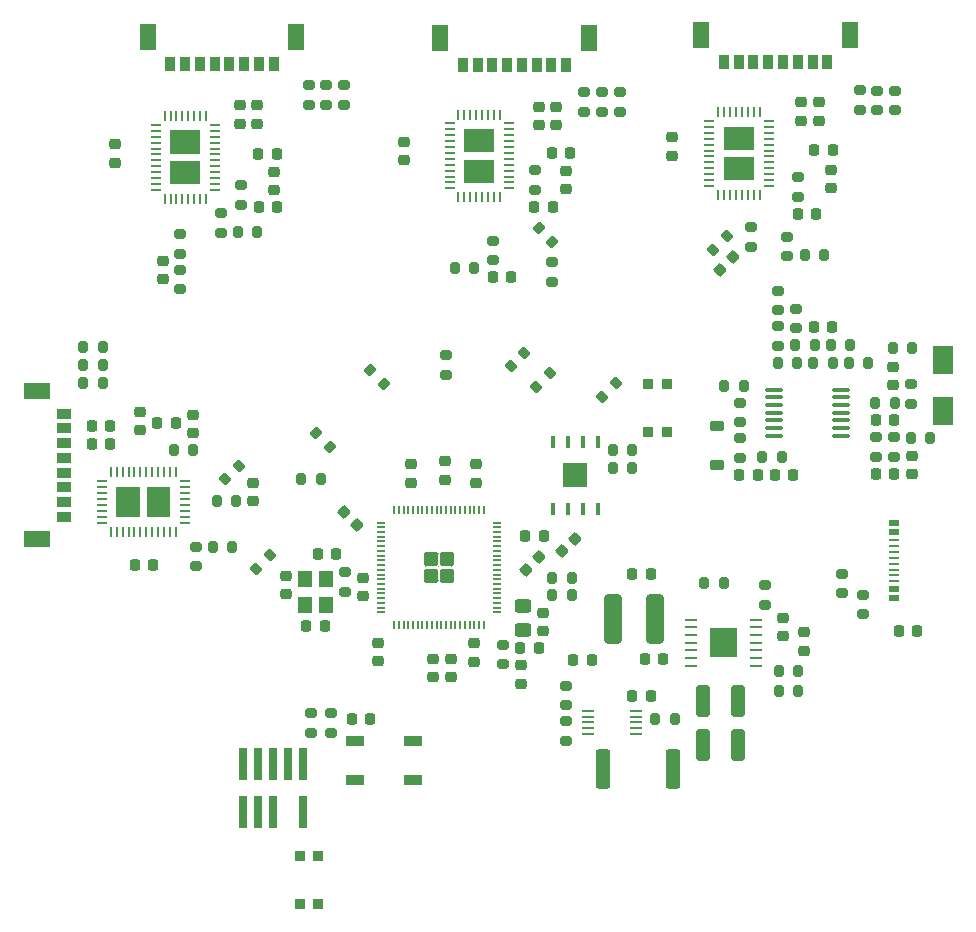
<source format=gtp>
%TF.GenerationSoftware,KiCad,Pcbnew,9.0.1*%
%TF.CreationDate,2025-04-07T21:54:30-07:00*%
%TF.ProjectId,motor_board,6d6f746f-725f-4626-9f61-72642e6b6963,1.1*%
%TF.SameCoordinates,Original*%
%TF.FileFunction,Paste,Top*%
%TF.FilePolarity,Positive*%
%FSLAX46Y46*%
G04 Gerber Fmt 4.6, Leading zero omitted, Abs format (unit mm)*
G04 Created by KiCad (PCBNEW 9.0.1) date 2025-04-07 21:54:30*
%MOMM*%
%LPD*%
G01*
G04 APERTURE LIST*
G04 Aperture macros list*
%AMRoundRect*
0 Rectangle with rounded corners*
0 $1 Rounding radius*
0 $2 $3 $4 $5 $6 $7 $8 $9 X,Y pos of 4 corners*
0 Add a 4 corners polygon primitive as box body*
4,1,4,$2,$3,$4,$5,$6,$7,$8,$9,$2,$3,0*
0 Add four circle primitives for the rounded corners*
1,1,$1+$1,$2,$3*
1,1,$1+$1,$4,$5*
1,1,$1+$1,$6,$7*
1,1,$1+$1,$8,$9*
0 Add four rect primitives between the rounded corners*
20,1,$1+$1,$2,$3,$4,$5,0*
20,1,$1+$1,$4,$5,$6,$7,0*
20,1,$1+$1,$6,$7,$8,$9,0*
20,1,$1+$1,$8,$9,$2,$3,0*%
G04 Aperture macros list end*
%ADD10C,0.000000*%
%ADD11R,1.120140X0.213360*%
%ADD12R,1.617000X1.722000*%
%ADD13RoundRect,0.225000X0.225000X0.250000X-0.225000X0.250000X-0.225000X-0.250000X0.225000X-0.250000X0*%
%ADD14RoundRect,0.225000X-0.225000X-0.250000X0.225000X-0.250000X0.225000X0.250000X-0.225000X0.250000X0*%
%ADD15RoundRect,0.200000X0.275000X-0.200000X0.275000X0.200000X-0.275000X0.200000X-0.275000X-0.200000X0*%
%ADD16RoundRect,0.225000X0.250000X-0.225000X0.250000X0.225000X-0.250000X0.225000X-0.250000X-0.225000X0*%
%ADD17RoundRect,0.200000X0.200000X0.275000X-0.200000X0.275000X-0.200000X-0.275000X0.200000X-0.275000X0*%
%ADD18RoundRect,0.200000X-0.200000X-0.275000X0.200000X-0.275000X0.200000X0.275000X-0.200000X0.275000X0*%
%ADD19RoundRect,0.250000X0.362500X1.425000X-0.362500X1.425000X-0.362500X-1.425000X0.362500X-1.425000X0*%
%ADD20RoundRect,0.333000X0.417000X1.767000X-0.417000X1.767000X-0.417000X-1.767000X0.417000X-1.767000X0*%
%ADD21RoundRect,0.250000X-0.325000X-1.100000X0.325000X-1.100000X0.325000X1.100000X-0.325000X1.100000X0*%
%ADD22R,1.137920X0.211328*%
%ADD23R,0.920000X0.480000*%
%ADD24R,0.920000X0.240000*%
%ADD25RoundRect,0.225000X0.335876X0.017678X0.017678X0.335876X-0.335876X-0.017678X-0.017678X-0.335876X0*%
%ADD26RoundRect,0.200000X-0.275000X0.200000X-0.275000X-0.200000X0.275000X-0.200000X0.275000X0.200000X0*%
%ADD27RoundRect,0.225000X-0.250000X0.225000X-0.250000X-0.225000X0.250000X-0.225000X0.250000X0.225000X0*%
%ADD28R,0.242473X0.906066*%
%ADD29R,0.906066X0.242473*%
%ADD30RoundRect,0.200000X0.053033X-0.335876X0.335876X-0.053033X-0.053033X0.335876X-0.335876X0.053033X0*%
%ADD31RoundRect,0.200000X-0.335876X-0.053033X-0.053033X-0.335876X0.335876X0.053033X0.053033X0.335876X0*%
%ADD32RoundRect,0.200000X-0.053033X0.335876X-0.335876X0.053033X0.053033X-0.335876X0.335876X-0.053033X0*%
%ADD33RoundRect,0.090000X-0.660000X-0.360000X0.660000X-0.360000X0.660000X0.360000X-0.660000X0.360000X0*%
%ADD34R,0.740000X2.790000*%
%ADD35RoundRect,0.250000X-0.450000X0.325000X-0.450000X-0.325000X0.450000X-0.325000X0.450000X0.325000X0*%
%ADD36R,0.900000X0.900000*%
%ADD37R,0.838200X1.295400*%
%ADD38R,1.397000X2.260600*%
%ADD39R,1.200000X1.400000*%
%ADD40RoundRect,0.100000X0.637500X0.100000X-0.637500X0.100000X-0.637500X-0.100000X0.637500X-0.100000X0*%
%ADD41R,0.450000X1.050000*%
%ADD42R,2.100000X2.100000*%
%ADD43RoundRect,0.225000X0.017678X-0.335876X0.335876X-0.017678X-0.017678X0.335876X-0.335876X0.017678X0*%
%ADD44R,1.700000X2.350000*%
%ADD45RoundRect,0.225000X-0.375000X0.225000X-0.375000X-0.225000X0.375000X-0.225000X0.375000X0.225000X0*%
%ADD46RoundRect,0.250000X-0.350000X0.350000X-0.350000X-0.350000X0.350000X-0.350000X0.350000X0.350000X0*%
%ADD47RoundRect,0.044000X-0.044000X-0.268000X0.044000X-0.268000X0.044000X0.268000X-0.044000X0.268000X0*%
%ADD48RoundRect,0.044000X-0.268000X0.044000X-0.268000X-0.044000X0.268000X-0.044000X0.268000X0.044000X0*%
%ADD49R,0.000001X0.000001*%
%ADD50R,1.295400X0.838200*%
%ADD51R,2.260600X1.397000*%
%ADD52RoundRect,0.225000X-0.017678X0.335876X-0.335876X0.017678X0.017678X-0.335876X0.335876X-0.017678X0*%
G04 APERTURE END LIST*
D10*
%TO.C,U5*%
G36*
X166391004Y-118020000D02*
G01*
X164081004Y-118020000D01*
X164081004Y-115560000D01*
X166391004Y-115560000D01*
X166391004Y-118020000D01*
G37*
%TO.C,U9*%
G36*
X115805771Y-106161631D02*
G01*
X113838371Y-106161631D01*
X113838371Y-103605095D01*
X115805771Y-103605095D01*
X115805771Y-106161631D01*
G37*
G36*
X118394905Y-106161631D02*
G01*
X116427505Y-106161631D01*
X116427505Y-103605095D01*
X118394905Y-103605095D01*
X118394905Y-106161631D01*
G37*
%TO.C,U6*%
G36*
X145825400Y-75266067D02*
G01*
X143268864Y-75266067D01*
X143268864Y-73298667D01*
X145825400Y-73298667D01*
X145825400Y-75266067D01*
G37*
G36*
X145825400Y-77855201D02*
G01*
X143268864Y-77855201D01*
X143268864Y-75887801D01*
X145825400Y-75887801D01*
X145825400Y-77855201D01*
G37*
%TO.C,U1*%
G36*
X167825400Y-75066067D02*
G01*
X165268864Y-75066067D01*
X165268864Y-73098667D01*
X167825400Y-73098667D01*
X167825400Y-75066067D01*
G37*
G36*
X167825400Y-77655201D02*
G01*
X165268864Y-77655201D01*
X165268864Y-75687801D01*
X167825400Y-75687801D01*
X167825400Y-77655201D01*
G37*
%TO.C,U8*%
G36*
X120950400Y-75391067D02*
G01*
X118393864Y-75391067D01*
X118393864Y-73423667D01*
X120950400Y-73423667D01*
X120950400Y-75391067D01*
G37*
G36*
X120950400Y-77980201D02*
G01*
X118393864Y-77980201D01*
X118393864Y-76012801D01*
X120950400Y-76012801D01*
X120950400Y-77980201D01*
G37*
%TD*%
D11*
%TO.C,U5*%
X168004604Y-118740034D03*
X168004604Y-118090021D03*
X168004604Y-117440012D03*
X168004604Y-116790000D03*
X168004604Y-116139988D03*
X168004604Y-115489979D03*
X168004604Y-114839966D03*
X162467404Y-114839966D03*
X162467404Y-115489979D03*
X162467404Y-116139988D03*
X162467404Y-116790000D03*
X162467404Y-117440012D03*
X162467404Y-118090021D03*
X162467404Y-118740034D03*
D12*
X165236004Y-116790000D03*
%TD*%
D13*
%TO.C,C18*%
X159069100Y-110973900D03*
X157519100Y-110973900D03*
%TD*%
D14*
%TO.C,C17*%
X152519100Y-118223900D03*
X154069100Y-118223900D03*
%TD*%
%TO.C,C21*%
X158603600Y-118152400D03*
X160153600Y-118152400D03*
%TD*%
D15*
%TO.C,R15*%
X168776600Y-113579900D03*
X168776600Y-111929900D03*
%TD*%
D16*
%TO.C,C26*%
X170237100Y-116260400D03*
X170237100Y-114710400D03*
%TD*%
D14*
%TO.C,C29*%
X180100000Y-115800000D03*
X181650000Y-115800000D03*
%TD*%
D17*
%TO.C,R13*%
X171570100Y-119168400D03*
X169920100Y-119168400D03*
%TD*%
D16*
%TO.C,C27*%
X172015100Y-117466900D03*
X172015100Y-115916900D03*
%TD*%
D18*
%TO.C,R29*%
X163619100Y-111773900D03*
X165269100Y-111773900D03*
%TD*%
%TO.C,R14*%
X169920100Y-120882900D03*
X171570100Y-120882900D03*
%TD*%
D19*
%TO.C,R8*%
X160962500Y-127500000D03*
X155037500Y-127500000D03*
%TD*%
D20*
%TO.C,L2*%
X159464100Y-114786900D03*
X155864100Y-114786900D03*
%TD*%
D21*
%TO.C,C19*%
X163507004Y-121743000D03*
X166457004Y-121743000D03*
%TD*%
%TO.C,C20*%
X163507004Y-125454900D03*
X166457004Y-125454900D03*
%TD*%
D17*
%TO.C,R26*%
X161119100Y-123223900D03*
X159469100Y-123223900D03*
%TD*%
D22*
%TO.C,U4*%
X157838800Y-124549901D03*
X157838800Y-124049899D03*
X157838800Y-123549900D03*
X157838800Y-123049901D03*
X157838800Y-122549899D03*
X153749400Y-122549899D03*
X153749400Y-123049901D03*
X153749400Y-123549900D03*
X153749400Y-124049899D03*
X153749400Y-124549901D03*
%TD*%
D14*
%TO.C,C32*%
X157519100Y-121323900D03*
X159069100Y-121323900D03*
%TD*%
D23*
%TO.C,J13*%
X179660000Y-113050000D03*
X179660000Y-112250000D03*
D24*
X179660000Y-111100000D03*
X179660000Y-110100000D03*
X179660000Y-109600000D03*
X179660000Y-108600000D03*
D23*
X179660000Y-107450000D03*
X179660000Y-106650000D03*
D24*
X179660000Y-108100000D03*
X179660000Y-109100000D03*
X179660000Y-110600000D03*
X179660000Y-111600000D03*
%TD*%
D25*
%TO.C,C46*%
X134217108Y-106846908D03*
X133121092Y-105750892D03*
%TD*%
D26*
%TO.C,R57*%
X170647132Y-82426933D03*
X170647132Y-84076933D03*
%TD*%
D14*
%TO.C,C56*%
X125897132Y-79926933D03*
X127447132Y-79926933D03*
%TD*%
D27*
%TO.C,C28*%
X140650000Y-118175000D03*
X140650000Y-119725000D03*
%TD*%
D16*
%TO.C,C62*%
X115823592Y-98815914D03*
X115823592Y-97265914D03*
%TD*%
D14*
%TO.C,C55*%
X125847132Y-75451933D03*
X127397132Y-75451933D03*
%TD*%
D18*
%TO.C,R42*%
X150719100Y-112773900D03*
X152369100Y-112773900D03*
%TD*%
D17*
%TO.C,R50*%
X181219100Y-91873900D03*
X179569100Y-91873900D03*
%TD*%
D26*
%TO.C,R31*%
X124397132Y-78051933D03*
X124397132Y-79701933D03*
%TD*%
D27*
%TO.C,C8*%
X160847132Y-74001933D03*
X160847132Y-75551933D03*
%TD*%
D16*
%TO.C,C15*%
X141694100Y-102998900D03*
X141694100Y-101448900D03*
%TD*%
D28*
%TO.C,U9*%
X118866637Y-102380330D03*
X118366638Y-102380330D03*
X117866636Y-102380330D03*
X117366637Y-102380330D03*
X116866638Y-102380330D03*
X116366637Y-102380330D03*
X115866637Y-102380330D03*
X115366636Y-102380330D03*
X114866637Y-102380330D03*
X114366638Y-102380330D03*
X113866636Y-102380330D03*
X113366637Y-102380330D03*
D29*
X112613604Y-103133364D03*
X112613604Y-103633363D03*
X112613604Y-104133362D03*
X112613604Y-104633363D03*
X112613604Y-105133363D03*
X112613604Y-105633364D03*
X112613604Y-106133363D03*
X112613604Y-106633362D03*
D28*
X113366637Y-107386396D03*
X113866636Y-107386396D03*
X114366638Y-107386396D03*
X114866637Y-107386396D03*
X115366636Y-107386396D03*
X115866637Y-107386396D03*
X116366637Y-107386396D03*
X116866638Y-107386396D03*
X117366637Y-107386396D03*
X117866636Y-107386396D03*
X118366638Y-107386396D03*
X118866637Y-107386396D03*
D29*
X119619670Y-106633362D03*
X119619670Y-106133363D03*
X119619670Y-105633364D03*
X119619670Y-105133363D03*
X119619670Y-104633363D03*
X119619670Y-104133362D03*
X119619670Y-103633363D03*
X119619670Y-103133364D03*
%TD*%
D15*
%TO.C,R64*%
X166594100Y-98148900D03*
X166594100Y-96498900D03*
%TD*%
D14*
%TO.C,C57*%
X111773592Y-98465914D03*
X113323592Y-98465914D03*
%TD*%
D26*
%TO.C,R25*%
X119222132Y-85201933D03*
X119222132Y-86851933D03*
%TD*%
D18*
%TO.C,R41*%
X150719100Y-111273900D03*
X152369100Y-111273900D03*
%TD*%
D16*
%TO.C,C59*%
X125438605Y-104836395D03*
X125438605Y-103286395D03*
%TD*%
D17*
%TO.C,R63*%
X170169100Y-101073900D03*
X168519100Y-101073900D03*
%TD*%
%TO.C,R35*%
X112688605Y-93261395D03*
X111038605Y-93261395D03*
%TD*%
D15*
%TO.C,R40*%
X177032000Y-114387000D03*
X177032000Y-112737000D03*
%TD*%
D27*
%TO.C,C37*%
X125757132Y-71301933D03*
X125757132Y-72851933D03*
%TD*%
D15*
%TO.C,R10*%
X176797132Y-71676933D03*
X176797132Y-70026933D03*
%TD*%
D18*
%TO.C,R76*%
X169819100Y-93073900D03*
X171469100Y-93073900D03*
%TD*%
%TO.C,R78*%
X172819100Y-93073900D03*
X174469100Y-93073900D03*
%TD*%
D27*
%TO.C,C43*%
X113747132Y-74601933D03*
X113747132Y-76151933D03*
%TD*%
D13*
%TO.C,C45*%
X132444100Y-109323900D03*
X130894100Y-109323900D03*
%TD*%
D29*
%TO.C,U6*%
X147050165Y-78326933D03*
X147050165Y-77826934D03*
X147050165Y-77326932D03*
X147050165Y-76826933D03*
X147050165Y-76326934D03*
X147050165Y-75826933D03*
X147050165Y-75326933D03*
X147050165Y-74826932D03*
X147050165Y-74326933D03*
X147050165Y-73826934D03*
X147050165Y-73326932D03*
X147050165Y-72826933D03*
D28*
X146297131Y-72073900D03*
X145797132Y-72073900D03*
X145297133Y-72073900D03*
X144797132Y-72073900D03*
X144297132Y-72073900D03*
X143797131Y-72073900D03*
X143297132Y-72073900D03*
X142797133Y-72073900D03*
D29*
X142044099Y-72826933D03*
X142044099Y-73326932D03*
X142044099Y-73826934D03*
X142044099Y-74326933D03*
X142044099Y-74826932D03*
X142044099Y-75326933D03*
X142044099Y-75826933D03*
X142044099Y-76326934D03*
X142044099Y-76826933D03*
X142044099Y-77326932D03*
X142044099Y-77826934D03*
X142044099Y-78326933D03*
D28*
X142797133Y-79079966D03*
X143297132Y-79079966D03*
X143797131Y-79079966D03*
X144297132Y-79079966D03*
X144797132Y-79079966D03*
X145297133Y-79079966D03*
X145797132Y-79079966D03*
X146297131Y-79079966D03*
%TD*%
D27*
%TO.C,C3*%
X173322132Y-71051933D03*
X173322132Y-72601933D03*
%TD*%
%TO.C,C1*%
X128200000Y-111125000D03*
X128200000Y-112675000D03*
%TD*%
D18*
%TO.C,R80*%
X175819100Y-93073900D03*
X177469100Y-93073900D03*
%TD*%
D13*
%TO.C,C54*%
X174419100Y-90073900D03*
X172869100Y-90073900D03*
%TD*%
D17*
%TO.C,R4*%
X157519100Y-100473900D03*
X155869100Y-100473900D03*
%TD*%
D18*
%TO.C,R58*%
X172094100Y-83998900D03*
X173744100Y-83998900D03*
%TD*%
D16*
%TO.C,C49*%
X144294100Y-103248900D03*
X144294100Y-101698900D03*
%TD*%
D14*
%TO.C,C58*%
X111773592Y-99965914D03*
X113323592Y-99965914D03*
%TD*%
D16*
%TO.C,C50*%
X138794100Y-103248900D03*
X138794100Y-101698900D03*
%TD*%
D26*
%TO.C,R75*%
X169844100Y-89998900D03*
X169844100Y-91648900D03*
%TD*%
%TO.C,R56*%
X178112850Y-99398900D03*
X178112850Y-101048900D03*
%TD*%
D18*
%TO.C,R32*%
X122338605Y-104786395D03*
X123988605Y-104786395D03*
%TD*%
D30*
%TO.C,R55*%
X154960737Y-95957263D03*
X156127463Y-94790537D03*
%TD*%
D27*
%TO.C,C40*%
X135994100Y-116798900D03*
X135994100Y-118348900D03*
%TD*%
D18*
%TO.C,R60*%
X124122132Y-82026933D03*
X125772132Y-82026933D03*
%TD*%
D15*
%TO.C,R61*%
X120548592Y-110340914D03*
X120548592Y-108690914D03*
%TD*%
D13*
%TO.C,C2*%
X131469100Y-115373900D03*
X129919100Y-115373900D03*
%TD*%
D15*
%TO.C,R30*%
X130122132Y-71251933D03*
X130122132Y-69601933D03*
%TD*%
D18*
%TO.C,R37*%
X118698592Y-100490914D03*
X120348592Y-100490914D03*
%TD*%
D13*
%TO.C,C42*%
X171119100Y-102573900D03*
X169569100Y-102573900D03*
%TD*%
D27*
%TO.C,C14*%
X134750000Y-111298900D03*
X134750000Y-112848900D03*
%TD*%
D26*
%TO.C,R24*%
X119222132Y-82201933D03*
X119222132Y-83851933D03*
%TD*%
D31*
%TO.C,R5*%
X149585737Y-81715537D03*
X150752463Y-82882263D03*
%TD*%
D32*
%TO.C,R2*%
X165530495Y-82368570D03*
X164363769Y-83535296D03*
%TD*%
D33*
%TO.C,D1*%
X134044100Y-125123900D03*
X134044100Y-128423900D03*
X138944100Y-128423900D03*
X138944100Y-125123900D03*
%TD*%
D14*
%TO.C,C51*%
X166569100Y-102573900D03*
X168119100Y-102573900D03*
%TD*%
D32*
%TO.C,R52*%
X150552463Y-93990537D03*
X149385737Y-95157263D03*
%TD*%
D27*
%TO.C,C30*%
X179619100Y-93448900D03*
X179619100Y-94998900D03*
%TD*%
D14*
%TO.C,C35*%
X150719100Y-75323900D03*
X152269100Y-75323900D03*
%TD*%
%TO.C,C36*%
X149219100Y-79873900D03*
X150769100Y-79873900D03*
%TD*%
D17*
%TO.C,R36*%
X112698592Y-94765914D03*
X111048592Y-94765914D03*
%TD*%
D14*
%TO.C,C22*%
X172922132Y-75076933D03*
X174472132Y-75076933D03*
%TD*%
D17*
%TO.C,R81*%
X182719100Y-99473900D03*
X181069100Y-99473900D03*
%TD*%
D13*
%TO.C,C52*%
X179669100Y-97973900D03*
X178119100Y-97973900D03*
%TD*%
D26*
%TO.C,R54*%
X181119100Y-94898900D03*
X181119100Y-96548900D03*
%TD*%
D15*
%TO.C,R39*%
X175300000Y-112600000D03*
X175300000Y-110950000D03*
%TD*%
D34*
%TO.C,J2*%
X124547500Y-131141400D03*
X124547500Y-127071400D03*
X125817500Y-131141400D03*
X125817500Y-127071400D03*
X127087500Y-131141400D03*
X127087500Y-127071400D03*
X128357500Y-127071400D03*
X129627500Y-131141400D03*
X129627500Y-127071400D03*
%TD*%
D31*
%TO.C,R49*%
X135310737Y-93715537D03*
X136477463Y-94882263D03*
%TD*%
D35*
%TO.C,L1*%
X148294100Y-113648900D03*
X148294100Y-115698900D03*
%TD*%
D15*
%TO.C,R20*%
X146594100Y-118598900D03*
X146594100Y-116948900D03*
%TD*%
D26*
%TO.C,R22*%
X149244100Y-76798900D03*
X149244100Y-78448900D03*
%TD*%
D36*
%TO.C,SW2*%
X158844100Y-94873900D03*
X158844100Y-98973900D03*
X160444100Y-94873900D03*
X160444100Y-98973900D03*
%TD*%
D37*
%TO.C,J3*%
X151919100Y-67868100D03*
X150669100Y-67868100D03*
X149419100Y-67868100D03*
X148169100Y-67868100D03*
X146919100Y-67868100D03*
X145669100Y-67868100D03*
X144419100Y-67868100D03*
X143169100Y-67868100D03*
D38*
X141269099Y-65573210D03*
X153819101Y-65573210D03*
%TD*%
D14*
%TO.C,C23*%
X171522132Y-80476933D03*
X173072132Y-80476933D03*
%TD*%
D15*
%TO.C,R18*%
X154919100Y-71848900D03*
X154919100Y-70198900D03*
%TD*%
D17*
%TO.C,R16*%
X144119100Y-85073900D03*
X142469100Y-85073900D03*
%TD*%
D15*
%TO.C,R28*%
X131622132Y-71251933D03*
X131622132Y-69601933D03*
%TD*%
%TO.C,R62*%
X179644100Y-101048900D03*
X179644100Y-99398900D03*
%TD*%
D14*
%TO.C,C12*%
X148044100Y-117273900D03*
X149594100Y-117273900D03*
%TD*%
D17*
%TO.C,R53*%
X179719100Y-96473900D03*
X178069100Y-96473900D03*
%TD*%
D13*
%TO.C,C41*%
X179669100Y-102473900D03*
X178119100Y-102473900D03*
%TD*%
D17*
%TO.C,R34*%
X112688605Y-91761395D03*
X111038605Y-91761395D03*
%TD*%
D18*
%TO.C,R79*%
X174319100Y-91573900D03*
X175969100Y-91573900D03*
%TD*%
D27*
%TO.C,C10*%
X148069100Y-118723900D03*
X148069100Y-120273900D03*
%TD*%
D15*
%TO.C,R27*%
X133097132Y-71251933D03*
X133097132Y-69601933D03*
%TD*%
%TO.C,R3*%
X132044100Y-124436400D03*
X132044100Y-122786400D03*
%TD*%
D27*
%TO.C,C38*%
X124297132Y-71301933D03*
X124297132Y-72851933D03*
%TD*%
D26*
%TO.C,R11*%
X171547132Y-77401933D03*
X171547132Y-79051933D03*
%TD*%
D32*
%TO.C,R51*%
X148377463Y-92240537D03*
X147210737Y-93407263D03*
%TD*%
D18*
%TO.C,R46*%
X129494100Y-102950000D03*
X131144100Y-102950000D03*
%TD*%
D27*
%TO.C,C4*%
X171822132Y-71051933D03*
X171822132Y-72601933D03*
%TD*%
D26*
%TO.C,R69*%
X169844100Y-86998900D03*
X169844100Y-88648900D03*
%TD*%
D17*
%TO.C,R82*%
X166969100Y-95023900D03*
X165319100Y-95023900D03*
%TD*%
D13*
%TO.C,C48*%
X150019100Y-107723900D03*
X148469100Y-107723900D03*
%TD*%
D39*
%TO.C,Y1*%
X129844100Y-111373900D03*
X129844100Y-113573900D03*
X131544100Y-113573900D03*
X131544100Y-111373900D03*
%TD*%
D27*
%TO.C,C44*%
X127197132Y-76926933D03*
X127197132Y-78476933D03*
%TD*%
D40*
%TO.C,U7*%
X175206600Y-99273900D03*
X175206600Y-98623900D03*
X175206600Y-97973900D03*
X175206600Y-97323900D03*
X175206600Y-96673900D03*
X175206600Y-96023900D03*
X175206600Y-95373900D03*
X169481600Y-95373900D03*
X169481600Y-96023900D03*
X169481600Y-96673900D03*
X169481600Y-97323900D03*
X169481600Y-97973900D03*
X169481600Y-98623900D03*
X169481600Y-99273900D03*
%TD*%
D27*
%TO.C,C13*%
X142150000Y-118175000D03*
X142150000Y-119725000D03*
%TD*%
D41*
%TO.C,U3*%
X154599100Y-99773900D03*
X153329100Y-99773900D03*
X152059100Y-99773900D03*
X150789100Y-99773900D03*
X150789100Y-105473900D03*
X152059100Y-105473900D03*
X153329100Y-105473900D03*
X154599100Y-105473900D03*
D42*
X152694100Y-102623900D03*
%TD*%
D14*
%TO.C,C5*%
X133794100Y-123273900D03*
X135344100Y-123273900D03*
%TD*%
D15*
%TO.C,R38*%
X133194100Y-112498900D03*
X133194100Y-110848900D03*
%TD*%
D27*
%TO.C,C39*%
X117747132Y-84476933D03*
X117747132Y-86026933D03*
%TD*%
D37*
%TO.C,J1*%
X174022132Y-67651933D03*
X172772132Y-67651933D03*
X171522132Y-67651933D03*
X170272132Y-67651933D03*
X169022132Y-67651933D03*
X167772132Y-67651933D03*
X166522132Y-67651933D03*
X165272132Y-67651933D03*
D38*
X163372131Y-65357043D03*
X175922133Y-65357043D03*
%TD*%
D29*
%TO.C,U1*%
X169050165Y-78126933D03*
X169050165Y-77626934D03*
X169050165Y-77126932D03*
X169050165Y-76626933D03*
X169050165Y-76126934D03*
X169050165Y-75626933D03*
X169050165Y-75126933D03*
X169050165Y-74626932D03*
X169050165Y-74126933D03*
X169050165Y-73626934D03*
X169050165Y-73126932D03*
X169050165Y-72626933D03*
D28*
X168297131Y-71873900D03*
X167797132Y-71873900D03*
X167297133Y-71873900D03*
X166797132Y-71873900D03*
X166297132Y-71873900D03*
X165797131Y-71873900D03*
X165297132Y-71873900D03*
X164797133Y-71873900D03*
D29*
X164044099Y-72626933D03*
X164044099Y-73126932D03*
X164044099Y-73626934D03*
X164044099Y-74126933D03*
X164044099Y-74626932D03*
X164044099Y-75126933D03*
X164044099Y-75626933D03*
X164044099Y-76126934D03*
X164044099Y-76626933D03*
X164044099Y-77126932D03*
X164044099Y-77626934D03*
X164044099Y-78126933D03*
D28*
X164797133Y-78879966D03*
X165297132Y-78879966D03*
X165797131Y-78879966D03*
X166297132Y-78879966D03*
X166797132Y-78879966D03*
X167297133Y-78879966D03*
X167797132Y-78879966D03*
X168297131Y-78879966D03*
%TD*%
D43*
%TO.C,C47*%
X148546092Y-110596908D03*
X149642108Y-109500892D03*
%TD*%
D36*
%TO.C,SW1*%
X130940425Y-138957500D03*
X130940425Y-134857500D03*
X129340425Y-138957500D03*
X129340425Y-134857500D03*
%TD*%
D31*
%TO.C,R47*%
X130710737Y-99015537D03*
X131877463Y-100182263D03*
%TD*%
D15*
%TO.C,R7*%
X179747132Y-71701933D03*
X179747132Y-70051933D03*
%TD*%
D14*
%TO.C,C60*%
X115388605Y-110186395D03*
X116938605Y-110186395D03*
%TD*%
D44*
%TO.C,D7*%
X183844100Y-97173900D03*
X183844100Y-92873900D03*
%TD*%
D14*
%TO.C,C31*%
X145719100Y-85823900D03*
X147269100Y-85823900D03*
%TD*%
D27*
%TO.C,C11*%
X149994100Y-114248900D03*
X149994100Y-115798900D03*
%TD*%
D18*
%TO.C,R77*%
X171319100Y-91573900D03*
X172969100Y-91573900D03*
%TD*%
D27*
%TO.C,C34*%
X151894100Y-76848900D03*
X151894100Y-78398900D03*
%TD*%
%TO.C,C53*%
X181169100Y-100948900D03*
X181169100Y-102498900D03*
%TD*%
%TO.C,C33*%
X138194100Y-74398900D03*
X138194100Y-75948900D03*
%TD*%
D26*
%TO.C,R59*%
X122697132Y-80426933D03*
X122697132Y-82076933D03*
%TD*%
D29*
%TO.C,U8*%
X122175165Y-78451933D03*
X122175165Y-77951934D03*
X122175165Y-77451932D03*
X122175165Y-76951933D03*
X122175165Y-76451934D03*
X122175165Y-75951933D03*
X122175165Y-75451933D03*
X122175165Y-74951932D03*
X122175165Y-74451933D03*
X122175165Y-73951934D03*
X122175165Y-73451932D03*
X122175165Y-72951933D03*
D28*
X121422131Y-72198900D03*
X120922132Y-72198900D03*
X120422133Y-72198900D03*
X119922132Y-72198900D03*
X119422132Y-72198900D03*
X118922131Y-72198900D03*
X118422132Y-72198900D03*
X117922133Y-72198900D03*
D29*
X117169099Y-72951933D03*
X117169099Y-73451932D03*
X117169099Y-73951934D03*
X117169099Y-74451933D03*
X117169099Y-74951932D03*
X117169099Y-75451933D03*
X117169099Y-75951933D03*
X117169099Y-76451934D03*
X117169099Y-76951933D03*
X117169099Y-77451932D03*
X117169099Y-77951934D03*
X117169099Y-78451933D03*
D28*
X117922133Y-79204966D03*
X118422132Y-79204966D03*
X118922131Y-79204966D03*
X119422132Y-79204966D03*
X119922132Y-79204966D03*
X120422133Y-79204966D03*
X120922132Y-79204966D03*
X121422131Y-79204966D03*
%TD*%
D26*
%TO.C,R6*%
X150694100Y-84573900D03*
X150694100Y-86223900D03*
%TD*%
D27*
%TO.C,C9*%
X174297132Y-76751933D03*
X174297132Y-78301933D03*
%TD*%
D26*
%TO.C,R1*%
X167597132Y-81601933D03*
X167597132Y-83251933D03*
%TD*%
%TO.C,R68*%
X166594100Y-99498900D03*
X166594100Y-101148900D03*
%TD*%
%TO.C,R70*%
X171344100Y-88498900D03*
X171344100Y-90148900D03*
%TD*%
D15*
%TO.C,R9*%
X178272132Y-71701933D03*
X178272132Y-70051933D03*
%TD*%
%TO.C,R19*%
X153394100Y-71848900D03*
X153394100Y-70198900D03*
%TD*%
D27*
%TO.C,C16*%
X144144100Y-116848900D03*
X144144100Y-118398900D03*
%TD*%
D14*
%TO.C,C61*%
X117298592Y-98190914D03*
X118848592Y-98190914D03*
%TD*%
D26*
%TO.C,R44*%
X151894100Y-123448900D03*
X151894100Y-125098900D03*
%TD*%
D18*
%TO.C,R21*%
X155869100Y-101973900D03*
X157519100Y-101973900D03*
%TD*%
D30*
%TO.C,R45*%
X125633274Y-110566726D03*
X126800000Y-109400000D03*
%TD*%
D45*
%TO.C,D6*%
X164644100Y-98473900D03*
X164644100Y-101773900D03*
%TD*%
D27*
%TO.C,C25*%
X149584100Y-71398900D03*
X149584100Y-72948900D03*
%TD*%
D16*
%TO.C,C63*%
X120298592Y-99040914D03*
X120298592Y-97490914D03*
%TD*%
D46*
%TO.C,U2*%
X141844100Y-109723900D03*
X140444100Y-109723900D03*
X141844100Y-111123900D03*
X140444100Y-111123900D03*
D47*
X144944100Y-105527400D03*
X144544100Y-105527400D03*
X144144100Y-105527400D03*
X143744100Y-105527400D03*
X143344100Y-105527400D03*
X142944100Y-105527400D03*
X142544100Y-105527400D03*
X142144100Y-105527400D03*
X141744100Y-105527400D03*
X141344100Y-105527400D03*
X140944100Y-105527400D03*
X140544100Y-105527400D03*
X140144100Y-105527400D03*
X139744100Y-105527400D03*
X139344100Y-105527400D03*
X138944100Y-105527400D03*
X138544100Y-105527400D03*
X138144100Y-105527400D03*
X137744100Y-105527400D03*
X137344100Y-105527400D03*
D48*
X136247600Y-106623900D03*
X136247600Y-107023900D03*
X136247600Y-107423900D03*
X136247600Y-107823900D03*
X136247600Y-108223900D03*
X136247600Y-108623900D03*
X136247600Y-109023900D03*
X136247600Y-109423900D03*
X136247600Y-109823900D03*
X136247600Y-110223900D03*
X136247600Y-110623900D03*
X136247600Y-111023900D03*
X136247600Y-111423900D03*
X136247600Y-111823900D03*
X136247600Y-112223900D03*
X136247600Y-112623900D03*
X136247600Y-113023900D03*
X136247600Y-113423900D03*
X136247600Y-113823900D03*
X136247600Y-114223900D03*
D47*
X137344100Y-115320400D03*
X137744100Y-115320400D03*
X138144100Y-115320400D03*
X138544100Y-115320400D03*
X138944100Y-115320400D03*
X139344100Y-115320400D03*
X139744100Y-115320400D03*
X140144100Y-115320400D03*
X140544100Y-115320400D03*
X140944100Y-115320400D03*
X141344100Y-115320400D03*
X141744100Y-115320400D03*
X142144100Y-115320400D03*
X142544100Y-115320400D03*
X142944100Y-115320400D03*
X143344100Y-115320400D03*
X143744100Y-115320400D03*
X144144100Y-115320400D03*
X144544100Y-115320400D03*
X144944100Y-115320400D03*
D48*
X146040600Y-114223900D03*
X146040600Y-113823900D03*
X146040600Y-113423900D03*
X146040600Y-113023900D03*
X146040600Y-112623900D03*
X146040600Y-112223900D03*
X146040600Y-111823900D03*
X146040600Y-111423900D03*
X146040600Y-111023900D03*
X146040600Y-110623900D03*
X146040600Y-110223900D03*
X146040600Y-109823900D03*
X146040600Y-109423900D03*
X146040600Y-109023900D03*
X146040600Y-108623900D03*
X146040600Y-108223900D03*
X146040600Y-107823900D03*
X146040600Y-107423900D03*
X146040600Y-107023900D03*
X146040600Y-106623900D03*
D49*
X142277433Y-109290567D03*
X141144100Y-109290567D03*
X140010767Y-109290567D03*
X142277433Y-110423900D03*
X141144100Y-110423900D03*
X140010767Y-110423900D03*
X142277433Y-111557233D03*
X141144100Y-111557233D03*
X140010767Y-111557233D03*
%TD*%
D26*
%TO.C,R12*%
X145744100Y-82748900D03*
X145744100Y-84398900D03*
%TD*%
D18*
%TO.C,R65*%
X121998592Y-108690914D03*
X123648592Y-108690914D03*
%TD*%
D50*
%TO.C,J6*%
X109373592Y-97390914D03*
X109373592Y-98640914D03*
X109373592Y-99890914D03*
X109373592Y-101140914D03*
X109373592Y-102390914D03*
X109373592Y-103640914D03*
X109373592Y-104890914D03*
X109373592Y-106140914D03*
D51*
X107078702Y-108040915D03*
X107078702Y-95490913D03*
%TD*%
D30*
%TO.C,R33*%
X123055242Y-102969758D03*
X124221968Y-101803032D03*
%TD*%
D52*
%TO.C,C7*%
X152692108Y-107975892D03*
X151596092Y-109071908D03*
%TD*%
D37*
%TO.C,J4*%
X127147132Y-67796133D03*
X125897132Y-67796133D03*
X124647132Y-67796133D03*
X123397132Y-67796133D03*
X122147132Y-67796133D03*
X120897132Y-67796133D03*
X119647132Y-67796133D03*
X118397132Y-67796133D03*
D38*
X116497131Y-65501243D03*
X129047133Y-65501243D03*
%TD*%
D27*
%TO.C,C24*%
X151094100Y-71398900D03*
X151094100Y-72948900D03*
%TD*%
D26*
%TO.C,R48*%
X141744100Y-92448900D03*
X141744100Y-94098900D03*
%TD*%
D15*
%TO.C,R23*%
X130294100Y-124436400D03*
X130294100Y-122786400D03*
%TD*%
%TO.C,R43*%
X151894100Y-122098900D03*
X151894100Y-120448900D03*
%TD*%
%TO.C,R17*%
X156444100Y-71848900D03*
X156444100Y-70198900D03*
%TD*%
D52*
%TO.C,C6*%
X166020140Y-84103925D03*
X164924124Y-85199941D03*
%TD*%
M02*

</source>
